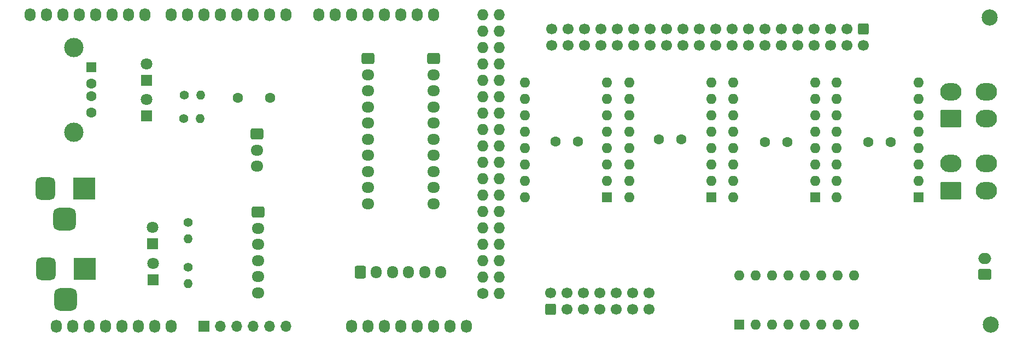
<source format=gbr>
G04 #@! TF.GenerationSoftware,KiCad,Pcbnew,(6.0.7)*
G04 #@! TF.CreationDate,2023-04-28T08:19:35+10:00*
G04 #@! TF.ProjectId,NEW_STANDBY_SHEILD,4e45575f-5354-4414-9e44-42595f534845,rev?*
G04 #@! TF.SameCoordinates,Original*
G04 #@! TF.FileFunction,Soldermask,Top*
G04 #@! TF.FilePolarity,Negative*
%FSLAX46Y46*%
G04 Gerber Fmt 4.6, Leading zero omitted, Abs format (unit mm)*
G04 Created by KiCad (PCBNEW (6.0.7)) date 2023-04-28 08:19:35*
%MOMM*%
%LPD*%
G01*
G04 APERTURE LIST*
G04 Aperture macros list*
%AMRoundRect*
0 Rectangle with rounded corners*
0 $1 Rounding radius*
0 $2 $3 $4 $5 $6 $7 $8 $9 X,Y pos of 4 corners*
0 Add a 4 corners polygon primitive as box body*
4,1,4,$2,$3,$4,$5,$6,$7,$8,$9,$2,$3,0*
0 Add four circle primitives for the rounded corners*
1,1,$1+$1,$2,$3*
1,1,$1+$1,$4,$5*
1,1,$1+$1,$6,$7*
1,1,$1+$1,$8,$9*
0 Add four rect primitives between the rounded corners*
20,1,$1+$1,$2,$3,$4,$5,0*
20,1,$1+$1,$4,$5,$6,$7,0*
20,1,$1+$1,$6,$7,$8,$9,0*
20,1,$1+$1,$8,$9,$2,$3,0*%
G04 Aperture macros list end*
%ADD10C,1.727200*%
%ADD11O,1.727200X1.727200*%
%ADD12O,1.727200X2.032000*%
%ADD13R,1.700000X1.700000*%
%ADD14O,1.700000X1.700000*%
%ADD15R,1.800000X1.800000*%
%ADD16C,1.800000*%
%ADD17C,1.400000*%
%ADD18O,1.400000X1.400000*%
%ADD19RoundRect,0.250000X0.600000X-0.600000X0.600000X0.600000X-0.600000X0.600000X-0.600000X-0.600000X0*%
%ADD20C,1.700000*%
%ADD21RoundRect,0.250000X-0.600000X-0.725000X0.600000X-0.725000X0.600000X0.725000X-0.600000X0.725000X0*%
%ADD22O,1.700000X1.950000*%
%ADD23RoundRect,0.250000X-0.725000X0.600000X-0.725000X-0.600000X0.725000X-0.600000X0.725000X0.600000X0*%
%ADD24O,1.950000X1.700000*%
%ADD25C,1.600000*%
%ADD26R,3.500000X3.500000*%
%ADD27RoundRect,0.750000X-0.750000X-1.000000X0.750000X-1.000000X0.750000X1.000000X-0.750000X1.000000X0*%
%ADD28RoundRect,0.875000X-0.875000X-0.875000X0.875000X-0.875000X0.875000X0.875000X-0.875000X0.875000X0*%
%ADD29R,1.500000X1.600000*%
%ADD30C,3.000000*%
%ADD31RoundRect,0.250001X1.399999X-1.099999X1.399999X1.099999X-1.399999X1.099999X-1.399999X-1.099999X0*%
%ADD32O,3.300000X2.700000*%
%ADD33R,1.600000X1.600000*%
%ADD34O,1.600000X1.600000*%
%ADD35C,2.500000*%
%ADD36RoundRect,0.250000X-0.600000X0.600000X-0.600000X-0.600000X0.600000X-0.600000X0.600000X0.600000X0*%
%ADD37RoundRect,0.250000X0.750000X-0.600000X0.750000X0.600000X-0.750000X0.600000X-0.750000X-0.600000X0*%
%ADD38O,2.000000X1.700000*%
G04 APERTURE END LIST*
D10*
X197358000Y-114046000D03*
D11*
X199898000Y-114046000D03*
X197358000Y-111506000D03*
X199898000Y-111506000D03*
X197358000Y-108966000D03*
X199898000Y-108966000D03*
X197358000Y-106426000D03*
X199898000Y-106426000D03*
X197358000Y-103886000D03*
X199898000Y-103886000D03*
X197358000Y-101346000D03*
X199898000Y-101346000D03*
X197358000Y-98806000D03*
X199898000Y-98806000D03*
X197358000Y-96266000D03*
X199898000Y-96266000D03*
X197358000Y-93726000D03*
X199898000Y-93726000D03*
X197358000Y-91186000D03*
X199898000Y-91186000D03*
X197358000Y-88646000D03*
X199898000Y-88646000D03*
X197358000Y-86106000D03*
X199898000Y-86106000D03*
X197358000Y-83566000D03*
X199898000Y-83566000D03*
X197358000Y-81026000D03*
X199898000Y-81026000D03*
X197358000Y-78486000D03*
X199898000Y-78486000D03*
X197358000Y-75946000D03*
X199898000Y-75946000D03*
X197358000Y-73406000D03*
X199898000Y-73406000D03*
X197358000Y-70866000D03*
X199898000Y-70866000D03*
D12*
X131318000Y-119126000D03*
X133858000Y-119126000D03*
X136398000Y-119126000D03*
X138938000Y-119126000D03*
X141478000Y-119126000D03*
X144018000Y-119126000D03*
X146558000Y-119126000D03*
X149098000Y-119126000D03*
D13*
X154178000Y-119126000D03*
D14*
X156718000Y-119126000D03*
X159258000Y-119126000D03*
X161798000Y-119126000D03*
X164338000Y-119126000D03*
X166878000Y-119126000D03*
D12*
X177038000Y-119126000D03*
X179578000Y-119126000D03*
X182118000Y-119126000D03*
X184658000Y-119126000D03*
X187198000Y-119126000D03*
X189738000Y-119126000D03*
X192278000Y-119126000D03*
X194818000Y-119126000D03*
X127254000Y-70866000D03*
X129794000Y-70866000D03*
X132334000Y-70866000D03*
X134874000Y-70866000D03*
X137414000Y-70866000D03*
X139954000Y-70866000D03*
X142494000Y-70866000D03*
X145034000Y-70866000D03*
X149098000Y-70866000D03*
X151638000Y-70866000D03*
X154178000Y-70866000D03*
X156718000Y-70866000D03*
X159258000Y-70866000D03*
X161798000Y-70866000D03*
X164338000Y-70866000D03*
X166878000Y-70866000D03*
X171958000Y-70866000D03*
X174498000Y-70866000D03*
X177038000Y-70866000D03*
X179578000Y-70866000D03*
X182118000Y-70866000D03*
X184658000Y-70866000D03*
X187198000Y-70866000D03*
X189738000Y-70866000D03*
D15*
X145300000Y-81025000D03*
D16*
X145300000Y-78485000D03*
D15*
X145300000Y-86525000D03*
D16*
X145300000Y-83985000D03*
D17*
X151150000Y-83300000D03*
D18*
X153690000Y-83300000D03*
D17*
X151050000Y-86950000D03*
D18*
X153590000Y-86950000D03*
D19*
X207890000Y-116450000D03*
D20*
X207890000Y-113910000D03*
X210430000Y-116450000D03*
X210430000Y-113910000D03*
X212970000Y-116450000D03*
X212970000Y-113910000D03*
X215510000Y-116450000D03*
X215510000Y-113910000D03*
X218050000Y-116450000D03*
X218050000Y-113910000D03*
X220590000Y-116450000D03*
X220590000Y-113910000D03*
X223130000Y-116450000D03*
X223130000Y-113910000D03*
D15*
X146350000Y-111925000D03*
D16*
X146350000Y-109385000D03*
D21*
X178388000Y-110727000D03*
D22*
X180888000Y-110727000D03*
X183388000Y-110727000D03*
X185888000Y-110727000D03*
X188388000Y-110727000D03*
X190888000Y-110727000D03*
D23*
X189738000Y-77630000D03*
D24*
X189738000Y-80130000D03*
X189738000Y-82630000D03*
X189738000Y-85130000D03*
X189738000Y-87630000D03*
X189738000Y-90130000D03*
X189738000Y-92630000D03*
X189738000Y-95130000D03*
X189738000Y-97630000D03*
X189738000Y-100130000D03*
D17*
X151750000Y-109960000D03*
D18*
X151750000Y-112500000D03*
D25*
X241049600Y-90620000D03*
X244549600Y-90620000D03*
X224649600Y-90120000D03*
X228149600Y-90120000D03*
D26*
X135650000Y-97800000D03*
D27*
X129650000Y-97800000D03*
D28*
X132650000Y-102500000D03*
D29*
X136750000Y-79000000D03*
D25*
X136750000Y-81500000D03*
X136750000Y-83500000D03*
X136750000Y-86000000D03*
D30*
X134040000Y-75930000D03*
X134040000Y-89070000D03*
D31*
X269850000Y-98100000D03*
D32*
X269850000Y-93900000D03*
X275350000Y-98100000D03*
X275350000Y-93900000D03*
D25*
X257049600Y-90620000D03*
X260549600Y-90620000D03*
D33*
X264889600Y-99170000D03*
D34*
X264889600Y-96630000D03*
X264889600Y-94090000D03*
X264889600Y-91550000D03*
X264889600Y-89010000D03*
X264889600Y-86470000D03*
X264889600Y-83930000D03*
X264889600Y-81390000D03*
X252189600Y-81390000D03*
X252189600Y-83930000D03*
X252189600Y-86470000D03*
X252189600Y-89010000D03*
X252189600Y-91550000D03*
X252189600Y-94090000D03*
X252189600Y-96630000D03*
X252189600Y-99170000D03*
D26*
X135750000Y-110242500D03*
D27*
X129750000Y-110242500D03*
D28*
X132750000Y-114942500D03*
D35*
X276000000Y-118850000D03*
D25*
X159425000Y-83693000D03*
X164425000Y-83693000D03*
D15*
X146250000Y-106350000D03*
D16*
X146250000Y-103810000D03*
D35*
X275900000Y-71250000D03*
D36*
X256280000Y-73047500D03*
D20*
X256280000Y-75587500D03*
X253740000Y-73047500D03*
X253740000Y-75587500D03*
X251200000Y-73047500D03*
X251200000Y-75587500D03*
X248660000Y-73047500D03*
X248660000Y-75587500D03*
X246120000Y-73047500D03*
X246120000Y-75587500D03*
X243580000Y-73047500D03*
X243580000Y-75587500D03*
X241040000Y-73047500D03*
X241040000Y-75587500D03*
X238500000Y-73047500D03*
X238500000Y-75587500D03*
X235960000Y-73047500D03*
X235960000Y-75587500D03*
X233420000Y-73047500D03*
X233420000Y-75587500D03*
X230880000Y-73047500D03*
X230880000Y-75587500D03*
X228340000Y-73047500D03*
X228340000Y-75587500D03*
X225800000Y-73047500D03*
X225800000Y-75587500D03*
X223260000Y-73047500D03*
X223260000Y-75587500D03*
X220720000Y-73047500D03*
X220720000Y-75587500D03*
X218180000Y-73047500D03*
X218180000Y-75587500D03*
X215640000Y-73047500D03*
X215640000Y-75587500D03*
X213100000Y-73047500D03*
X213100000Y-75587500D03*
X210560000Y-73047500D03*
X210560000Y-75587500D03*
X208020000Y-73047500D03*
X208020000Y-75587500D03*
D17*
X151750000Y-103010000D03*
D18*
X151750000Y-105550000D03*
D33*
X232739600Y-99170000D03*
D34*
X232739600Y-96630000D03*
X232739600Y-94090000D03*
X232739600Y-91550000D03*
X232739600Y-89010000D03*
X232739600Y-86470000D03*
X232739600Y-83930000D03*
X232739600Y-81390000D03*
X220039600Y-81390000D03*
X220039600Y-83930000D03*
X220039600Y-86470000D03*
X220039600Y-89010000D03*
X220039600Y-91550000D03*
X220039600Y-94090000D03*
X220039600Y-96630000D03*
X220039600Y-99170000D03*
D23*
X179595000Y-77650000D03*
D24*
X179595000Y-80150000D03*
X179595000Y-82650000D03*
X179595000Y-85150000D03*
X179595000Y-87650000D03*
X179595000Y-90150000D03*
X179595000Y-92650000D03*
X179595000Y-95150000D03*
X179595000Y-97650000D03*
X179595000Y-100150000D03*
D37*
X275100000Y-111100000D03*
D38*
X275100000Y-108600000D03*
D23*
X162450000Y-89321000D03*
D24*
X162450000Y-91821000D03*
X162450000Y-94321000D03*
D23*
X162577000Y-101446000D03*
D24*
X162577000Y-103946000D03*
X162577000Y-106446000D03*
X162577000Y-108946000D03*
X162577000Y-111446000D03*
X162577000Y-113946000D03*
D33*
X237050000Y-118867500D03*
D34*
X239590000Y-118867500D03*
X242130000Y-118867500D03*
X244670000Y-118867500D03*
X247210000Y-118867500D03*
X249750000Y-118867500D03*
X252290000Y-118867500D03*
X254830000Y-118867500D03*
X254830000Y-111247500D03*
X252290000Y-111247500D03*
X249750000Y-111247500D03*
X247210000Y-111247500D03*
X244670000Y-111247500D03*
X242130000Y-111247500D03*
X239590000Y-111247500D03*
X237050000Y-111247500D03*
D33*
X248889600Y-99170000D03*
D34*
X248889600Y-96630000D03*
X248889600Y-94090000D03*
X248889600Y-91550000D03*
X248889600Y-89010000D03*
X248889600Y-86470000D03*
X248889600Y-83930000D03*
X248889600Y-81390000D03*
X236189600Y-81390000D03*
X236189600Y-83930000D03*
X236189600Y-86470000D03*
X236189600Y-89010000D03*
X236189600Y-91550000D03*
X236189600Y-94090000D03*
X236189600Y-96630000D03*
X236189600Y-99170000D03*
D33*
X216589600Y-99170000D03*
D34*
X216589600Y-96630000D03*
X216589600Y-94090000D03*
X216589600Y-91550000D03*
X216589600Y-89010000D03*
X216589600Y-86470000D03*
X216589600Y-83930000D03*
X216589600Y-81390000D03*
X203889600Y-81390000D03*
X203889600Y-83930000D03*
X203889600Y-86470000D03*
X203889600Y-89010000D03*
X203889600Y-91550000D03*
X203889600Y-94090000D03*
X203889600Y-96630000D03*
X203889600Y-99170000D03*
D25*
X208599600Y-90520000D03*
X212099600Y-90520000D03*
D31*
X269850000Y-86950000D03*
D32*
X269850000Y-82750000D03*
X275350000Y-86950000D03*
X275350000Y-82750000D03*
M02*

</source>
